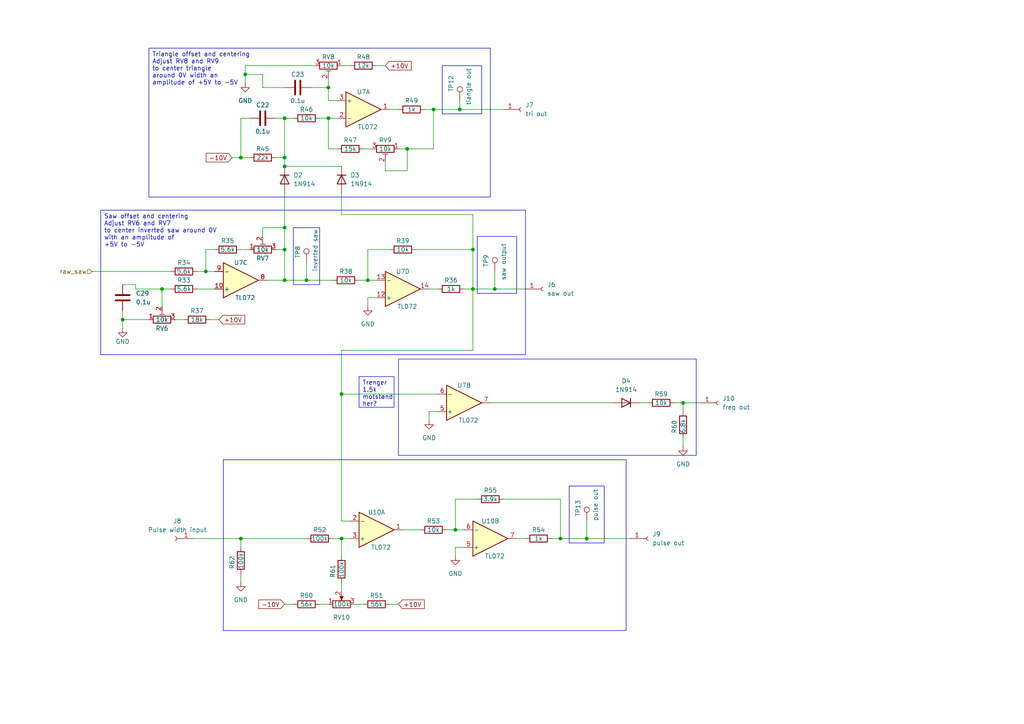
<source format=kicad_sch>
(kicad_sch (version 20230121) (generator eeschema)
  (paper "A4")
  (lib_symbols
    (symbol "Amplifier_Operational:OPA1679" (pin_names (offset 0.127))
      (property "Reference" "U" (at 0 5.08 0))
      (property "Value" "OPA1679" (at 0 -5.08 0))
      (symbol "OPA1679_1_1"
        (polyline (pts (xy -5.08 5.08) (xy 5.08 0) (xy -5.08 -5.08) (xy -5.08 5.08)) (stroke (width 0.254)) (fill (type background)))
        (pin output line (at 7.62 0 180) (length 2.54) (name "~") (number "1"))
        (pin input line (at -7.62 -2.54 0) (length 2.54) (name "-") (number "2"))
        (pin input line (at -7.62 2.54 0) (length 2.54) (name "+") (number "3"))
      )
      (symbol "OPA1679_2_1"
        (polyline (pts (xy -5.08 5.08) (xy 5.08 0) (xy -5.08 -5.08) (xy -5.08 5.08)) (stroke (width 0.254)) (fill (type background)))
        (pin input line (at -7.62 2.54 0) (length 2.54) (name "+") (number "5"))
        (pin input line (at -7.62 -2.54 0) (length 2.54) (name "-") (number "6"))
        (pin output line (at 7.62 0 180) (length 2.54) (name "~") (number "7"))
      )
      (symbol "OPA1679_3_1"
        (polyline (pts (xy -5.08 5.08) (xy 5.08 0) (xy -5.08 -5.08) (xy -5.08 5.08)) (stroke (width 0.254)) (fill (type background)))
        (pin input line (at -7.62 2.54 0) (length 2.54) (name "+") (number "10"))
        (pin output line (at 7.62 0 180) (length 2.54) (name "~") (number "8"))
        (pin input line (at -7.62 -2.54 0) (length 2.54) (name "-") (number "9"))
      )
      (symbol "OPA1679_4_1"
        (polyline (pts (xy -5.08 5.08) (xy 5.08 0) (xy -5.08 -5.08) (xy -5.08 5.08)) (stroke (width 0.254)) (fill (type background)))
        (pin input line (at -7.62 2.54 0) (length 2.54) (name "+") (number "12"))
        (pin input line (at -7.62 -2.54 0) (length 2.54) (name "-") (number "13"))
        (pin output line (at 7.62 0 180) (length 2.54) (name "~") (number "14"))
      )
      (symbol "OPA1679_5_1"
        (pin power_in line (at -2.54 -7.62 90) (length 3.81) (name "V-") (number "11"))
        (pin power_in line (at -2.54 7.62 270) (length 3.81) (name "V+") (number "4"))
      )
    )
    (symbol "Amplifier_Operational:TL074" (pin_names (offset 0.127))
      (property "Reference" "U" (at 0 5.08 0))
      (property "Value" "TL074" (at 0 -5.08 0))
      (symbol "TL074_1_1"
        (polyline (pts (xy -5.08 5.08) (xy 5.08 0) (xy -5.08 -5.08) (xy -5.08 5.08)) (stroke (width 0.254)) (fill (type background)))
        (pin output line (at 7.62 0 180) (length 2.54) (name "~") (number "1"))
        (pin input line (at -7.62 -2.54 0) (length 2.54) (name "-") (number "2"))
        (pin input line (at -7.62 2.54 0) (length 2.54) (name "+") (number "3"))
      )
      (symbol "TL074_2_1"
        (polyline (pts (xy -5.08 5.08) (xy 5.08 0) (xy -5.08 -5.08) (xy -5.08 5.08)) (stroke (width 0.254)) (fill (type background)))
        (pin input line (at -7.62 2.54 0) (length 2.54) (name "+") (number "5"))
        (pin input line (at -7.62 -2.54 0) (length 2.54) (name "-") (number "6"))
        (pin output line (at 7.62 0 180) (length 2.54) (name "~") (number "7"))
      )
      (symbol "TL074_3_1"
        (polyline (pts (xy -5.08 5.08) (xy 5.08 0) (xy -5.08 -5.08) (xy -5.08 5.08)) (stroke (width 0.254)) (fill (type background)))
        (pin input line (at -7.62 2.54 0) (length 2.54) (name "+") (number "10"))
        (pin output line (at 7.62 0 180) (length 2.54) (name "~") (number "8"))
        (pin input line (at -7.62 -2.54 0) (length 2.54) (name "-") (number "9"))
      )
      (symbol "TL074_4_1"
        (polyline (pts (xy -5.08 5.08) (xy 5.08 0) (xy -5.08 -5.08) (xy -5.08 5.08)) (stroke (width 0.254)) (fill (type background)))
        (pin input line (at -7.62 2.54 0) (length 2.54) (name "+") (number "12"))
        (pin input line (at -7.62 -2.54 0) (length 2.54) (name "-") (number "13"))
        (pin output line (at 7.62 0 180) (length 2.54) (name "~") (number "14"))
      )
      (symbol "TL074_5_1"
        (pin power_in line (at -2.54 -7.62 90) (length 3.81) (name "V-") (number "11"))
        (pin power_in line (at -2.54 7.62 270) (length 3.81) (name "V+") (number "4"))
      )
    )
    (symbol "Connector:Conn_01x01_Socket" (pin_names (offset 1.016) hide)
      (property "Reference" "J" (at 0 2.54 0))
      (property "Value" "Conn_01x01_Socket" (at 0 -2.54 0))
      (symbol "Conn_01x01_Socket_1_1"
        (polyline (pts (xy -1.27 0) (xy -0.508 0)) (stroke (width 0.1524)))
        (arc (start 0 0.508) (mid -0.5058 0) (end 0 -0.508) (stroke (width 0.1524)))
        (pin passive line (at -5.08 0 0) (length 3.81) (name "Pin_1") (number "1"))
      )
    )
    (symbol "Connector:TestPoint" (pin_numbers hide) (pin_names (offset 0.762) hide)
      (property "Reference" "TP" (at 0 6.858 0))
      (property "Value" "TestPoint" (at 0 5.08 0))
      (symbol "TestPoint_0_1"
        (circle (center 0 3.302) (radius 0.762))
      )
      (symbol "TestPoint_1_1"
        (pin passive line (at 0 0 90) (length 2.54) (name "1") (number "1"))
      )
    )
    (symbol "Device:C" (pin_numbers hide) (pin_names (offset 0.254))
      (property "Reference" "C" (at 0.635 2.54 0))
      (property "Value" "C" (at 0.635 -2.54 0))
      (symbol "C_0_1"
        (polyline (pts (xy -2.032 -0.762) (xy 2.032 -0.762)) (stroke (width 0.508)))
        (polyline (pts (xy -2.032 0.762) (xy 2.032 0.762)) (stroke (width 0.508)))
      )
      (symbol "C_1_1"
        (pin passive line (at 0 3.81 270) (length 2.794) (name "~") (number "1"))
        (pin passive line (at 0 -3.81 90) (length 2.794) (name "~") (number "2"))
      )
    )
    (symbol "Device:D" (pin_numbers hide) (pin_names (offset 1.016) hide)
      (property "Reference" "D" (at 0 2.54 0))
      (property "Value" "D" (at 0 -2.54 0))
      (symbol "D_0_1"
        (polyline (pts (xy -1.27 1.27) (xy -1.27 -1.27)) (stroke (width 0.254)))
        (polyline (pts (xy 1.27 0) (xy -1.27 0)))
        (polyline (pts (xy 1.27 1.27) (xy 1.27 -1.27) (xy -1.27 0) (xy 1.27 1.27)) (stroke (width 0.254)))
      )
      (symbol "D_1_1"
        (pin passive line (at -3.81 0 0) (length 2.54) (name "K") (number "1"))
        (pin passive line (at 3.81 0 180) (length 2.54) (name "A") (number "2"))
      )
    )
    (symbol "Device:R" (pin_numbers hide) (pin_names (offset 0))
      (property "Reference" "R" (at 2.032 0 90))
      (property "Value" "R" (at 0 0 90))
      (symbol "R_0_1"
        (rectangle (start -1.016 -2.54) (end 1.016 2.54) (stroke (width 0.254)))
      )
      (symbol "R_1_1"
        (pin passive line (at 0 3.81 270) (length 1.27) (name "~") (number "1"))
        (pin passive line (at 0 -3.81 90) (length 1.27) (name "~") (number "2"))
      )
    )
    (symbol "Device:R_Potentiometer" (pin_names (offset 1.016) hide)
      (property "Reference" "RV" (at -4.445 0 90))
      (property "Value" "R_Potentiometer" (at -2.54 0 90))
      (symbol "R_Potentiometer_0_1"
        (polyline (pts (xy 2.54 0) (xy 1.524 0)))
        (polyline (pts (xy 1.143 0) (xy 2.286 0.508) (xy 2.286 -0.508) (xy 1.143 0)) (fill (type outline)))
        (rectangle (start 1.016 2.54) (end -1.016 -2.54) (stroke (width 0.254)))
      )
      (symbol "R_Potentiometer_1_1"
        (pin passive line (at 0 3.81 270) (length 1.27) (name "1") (number "1"))
        (pin passive line (at 3.81 0 180) (length 1.27) (name "2") (number "2"))
        (pin passive line (at 0 -3.81 90) (length 1.27) (name "3") (number "3"))
      )
    )
    (symbol "Device:R_Potentiometer_Trim" (pin_names (offset 1.016) hide)
      (property "Reference" "RV" (at -4.445 0 90))
      (property "Value" "R_Potentiometer_Trim" (at -2.54 0 90))
      (symbol "R_Potentiometer_Trim_0_1"
        (polyline (pts (xy 1.524 0.762) (xy 1.524 -0.762)))
        (polyline (pts (xy 2.54 0) (xy 1.524 0)))
        (rectangle (start 1.016 2.54) (end -1.016 -2.54) (stroke (width 0.254)))
      )
      (symbol "R_Potentiometer_Trim_1_1"
        (pin passive line (at 0 3.81 270) (length 1.27) (name "1") (number "1"))
        (pin passive line (at 3.81 0 180) (length 1.27) (name "2") (number "2"))
        (pin passive line (at 0 -3.81 90) (length 1.27) (name "3") (number "3"))
      )
    )
    (symbol "Diode:1N914" (pin_numbers hide) (pin_names hide)
      (property "Reference" "D" (at 0 2.54 0))
      (property "Value" "1N914" (at 0 -2.54 0))
      (symbol "1N914_0_1"
        (polyline (pts (xy -1.27 1.27) (xy -1.27 -1.27)) (stroke (width 0.254)))
        (polyline (pts (xy 1.27 0) (xy -1.27 0)))
        (polyline (pts (xy 1.27 1.27) (xy 1.27 -1.27) (xy -1.27 0) (xy 1.27 1.27)) (stroke (width 0.254)))
      )
      (symbol "1N914_1_1"
        (pin passive line (at -3.81 0 0) (length 2.54) (name "K") (number "1"))
        (pin passive line (at 3.81 0 180) (length 2.54) (name "A") (number "2"))
      )
    )
    (symbol "power:GND" (power) (pin_names (offset 0))
      (property "Value" "GND" (at 0 -3.81 0))
      (symbol "GND_0_1"
        (polyline (pts (xy 0 0) (xy 0 -1.27) (xy 1.27 -1.27) (xy 0 -2.54) (xy -1.27 -1.27) (xy 0 -1.27)))
      )
      (symbol "GND_1_1"
        (pin power_in line (at 0 0 270) (length 0) hide (name "GND") (number "1"))
      )
    )
  )
  (junction (at 137.16 72.39))
  (junction (at 35.56 92.71))
  (junction (at 132.08 153.67))
  (junction (at 82.55 81.28))
  (junction (at 69.85 45.72))
  (junction (at 106.68 81.28))
  (junction (at 82.55 66.04))
  (junction (at 162.56 156.21))
  (junction (at 95.25 25.4))
  (junction (at 125.73 31.75))
  (junction (at 137.16 83.82))
  (junction (at 88.9 81.28))
  (junction (at 99.06 114.3))
  (junction (at 46.99 83.82))
  (junction (at 133.35 31.75))
  (junction (at 69.85 156.21))
  (junction (at 198.12 116.84))
  (junction (at 82.55 45.72))
  (junction (at 82.55 48.26))
  (junction (at 82.55 34.29))
  (junction (at 59.69 78.74))
  (junction (at 71.12 21.59))
  (junction (at 118.11 43.18))
  (junction (at 143.51 83.82))
  (junction (at 95.25 34.29))
  (junction (at 99.06 156.21))
  (junction (at 170.18 156.21))
  (junction (at 82.55 72.39))
  (wire (pts (xy 91.44 19.05) (xy 71.12 19.05)))
  (wire (pts (xy 82.55 175.26) (xy 85.09 175.26)))
  (wire (pts (xy 92.71 175.26) (xy 95.25 175.26)))
  (wire (pts (xy 99.06 156.21) (xy 99.06 161.29)))
  (wire (pts (xy 198.12 119.38) (xy 198.12 116.84)))
  (wire (pts (xy 35.56 92.71) (xy 35.56 95.25)))
  (wire (pts (xy 106.68 86.36) (xy 106.68 88.9)))
  (wire (pts (xy 46.99 83.82) (xy 39.37 83.82)))
  (wire (pts (xy 95.25 22.86) (xy 95.25 25.4)))
  (wire (pts (xy 39.37 83.82) (xy 39.37 82.55)))
  (wire (pts (xy 106.68 81.28) (xy 106.68 72.39)))
  (wire (pts (xy 137.16 83.82) (xy 137.16 101.6)))
  (wire (pts (xy 46.99 83.82) (xy 46.99 88.9)))
  (wire (pts (xy 125.73 43.18) (xy 125.73 31.75)))
  (wire (pts (xy 95.25 25.4) (xy 95.25 29.21)))
  (wire (pts (xy 76.2 25.4) (xy 82.55 25.4)))
  (wire (pts (xy 137.16 101.6) (xy 99.06 101.6)))
  (wire (pts (xy 92.71 34.29) (xy 95.25 34.29)))
  (wire (pts (xy 99.06 114.3) (xy 99.06 151.13)))
  (wire (pts (xy 60.96 92.71) (xy 63.5 92.71)))
  (wire (pts (xy 133.35 31.75) (xy 146.05 31.75)))
  (wire (pts (xy 80.01 34.29) (xy 82.55 34.29)))
  (wire (pts (xy 124.46 83.82) (xy 127 83.82)))
  (wire (pts (xy 137.16 62.23) (xy 99.06 62.23)))
  (wire (pts (xy 69.85 72.39) (xy 72.39 72.39)))
  (wire (pts (xy 120.65 72.39) (xy 137.16 72.39)))
  (wire (pts (xy 99.06 114.3) (xy 127 114.3)))
  (wire (pts (xy 170.18 156.21) (xy 182.88 156.21)))
  (wire (pts (xy 162.56 156.21) (xy 170.18 156.21)))
  (wire (pts (xy 115.57 31.75) (xy 113.03 31.75)))
  (wire (pts (xy 82.55 81.28) (xy 88.9 81.28)))
  (wire (pts (xy 55.88 156.21) (xy 69.85 156.21)))
  (wire (pts (xy 80.01 72.39) (xy 82.55 72.39)))
  (wire (pts (xy 46.99 83.82) (xy 49.53 83.82)))
  (wire (pts (xy 132.08 144.78) (xy 132.08 153.67)))
  (wire (pts (xy 96.52 156.21) (xy 99.06 156.21)))
  (wire (pts (xy 109.22 86.36) (xy 106.68 86.36)))
  (wire (pts (xy 129.54 153.67) (xy 132.08 153.67)))
  (wire (pts (xy 105.41 43.18) (xy 107.95 43.18)))
  (wire (pts (xy 43.18 92.71) (xy 35.56 92.71)))
  (wire (pts (xy 76.2 21.59) (xy 76.2 25.4)))
  (wire (pts (xy 67.31 45.72) (xy 69.85 45.72)))
  (wire (pts (xy 198.12 116.84) (xy 203.2 116.84)))
  (wire (pts (xy 95.25 34.29) (xy 97.79 34.29)))
  (wire (pts (xy 88.9 76.2) (xy 88.9 81.28)))
  (wire (pts (xy 59.69 72.39) (xy 59.69 78.74)))
  (wire (pts (xy 82.55 48.26) (xy 99.06 48.26)))
  (wire (pts (xy 95.25 43.18) (xy 95.25 34.29)))
  (wire (pts (xy 195.58 116.84) (xy 198.12 116.84)))
  (wire (pts (xy 111.76 46.99) (xy 111.76 49.53)))
  (wire (pts (xy 71.12 19.05) (xy 71.12 21.59)))
  (wire (pts (xy 162.56 144.78) (xy 162.56 156.21)))
  (wire (pts (xy 95.25 29.21) (xy 97.79 29.21)))
  (wire (pts (xy 53.34 92.71) (xy 50.8 92.71)))
  (wire (pts (xy 102.87 175.26) (xy 105.41 175.26)))
  (wire (pts (xy 99.06 19.05) (xy 101.6 19.05)))
  (wire (pts (xy 101.6 156.21) (xy 99.06 156.21)))
  (wire (pts (xy 138.43 144.78) (xy 132.08 144.78)))
  (wire (pts (xy 85.09 34.29) (xy 82.55 34.29)))
  (wire (pts (xy 88.9 81.28) (xy 96.52 81.28)))
  (wire (pts (xy 170.18 151.13) (xy 170.18 156.21)))
  (wire (pts (xy 106.68 72.39) (xy 113.03 72.39)))
  (wire (pts (xy 82.55 72.39) (xy 82.55 81.28)))
  (wire (pts (xy 109.22 19.05) (xy 111.76 19.05)))
  (wire (pts (xy 149.86 156.21) (xy 152.4 156.21)))
  (wire (pts (xy 82.55 81.28) (xy 77.47 81.28)))
  (wire (pts (xy 118.11 43.18) (xy 125.73 43.18)))
  (wire (pts (xy 125.73 31.75) (xy 133.35 31.75)))
  (wire (pts (xy 90.17 25.4) (xy 95.25 25.4)))
  (wire (pts (xy 82.55 45.72) (xy 82.55 48.26)))
  (wire (pts (xy 123.19 31.75) (xy 125.73 31.75)))
  (wire (pts (xy 137.16 83.82) (xy 137.16 72.39)))
  (wire (pts (xy 134.62 83.82) (xy 137.16 83.82)))
  (wire (pts (xy 106.68 81.28) (xy 109.22 81.28)))
  (wire (pts (xy 26.67 78.74) (xy 49.53 78.74)))
  (wire (pts (xy 82.55 34.29) (xy 82.55 45.72)))
  (wire (pts (xy 57.15 83.82) (xy 62.23 83.82)))
  (wire (pts (xy 134.62 158.75) (xy 132.08 158.75)))
  (wire (pts (xy 124.46 119.38) (xy 124.46 121.92)))
  (wire (pts (xy 82.55 66.04) (xy 76.2 66.04)))
  (wire (pts (xy 113.03 175.26) (xy 115.57 175.26)))
  (wire (pts (xy 71.12 21.59) (xy 71.12 24.13)))
  (wire (pts (xy 82.55 72.39) (xy 82.55 66.04)))
  (wire (pts (xy 127 119.38) (xy 124.46 119.38)))
  (wire (pts (xy 137.16 83.82) (xy 143.51 83.82)))
  (wire (pts (xy 111.76 49.53) (xy 118.11 49.53)))
  (wire (pts (xy 137.16 62.23) (xy 137.16 72.39)))
  (wire (pts (xy 185.42 116.84) (xy 187.96 116.84)))
  (wire (pts (xy 142.24 116.84) (xy 177.8 116.84)))
  (wire (pts (xy 115.57 43.18) (xy 118.11 43.18)))
  (wire (pts (xy 39.37 82.55) (xy 35.56 82.55)))
  (wire (pts (xy 104.14 81.28) (xy 106.68 81.28)))
  (wire (pts (xy 133.35 31.75) (xy 133.35 29.21)))
  (wire (pts (xy 132.08 158.75) (xy 132.08 161.29)))
  (wire (pts (xy 116.84 153.67) (xy 121.92 153.67)))
  (wire (pts (xy 99.06 62.23) (xy 99.06 55.88)))
  (wire (pts (xy 132.08 153.67) (xy 134.62 153.67)))
  (wire (pts (xy 69.85 45.72) (xy 72.39 45.72)))
  (wire (pts (xy 69.85 34.29) (xy 69.85 45.72)))
  (wire (pts (xy 80.01 45.72) (xy 82.55 45.72)))
  (wire (pts (xy 146.05 144.78) (xy 162.56 144.78)))
  (wire (pts (xy 35.56 90.17) (xy 35.56 92.71)))
  (wire (pts (xy 118.11 49.53) (xy 118.11 43.18)))
  (wire (pts (xy 62.23 78.74) (xy 59.69 78.74)))
  (wire (pts (xy 143.51 78.74) (xy 143.51 83.82)))
  (wire (pts (xy 198.12 127) (xy 198.12 129.54)))
  (wire (pts (xy 71.12 21.59) (xy 76.2 21.59)))
  (wire (pts (xy 99.06 101.6) (xy 99.06 114.3)))
  (wire (pts (xy 143.51 83.82) (xy 152.4 83.82)))
  (wire (pts (xy 72.39 34.29) (xy 69.85 34.29)))
  (wire (pts (xy 99.06 168.91) (xy 99.06 171.45)))
  (wire (pts (xy 82.55 55.88) (xy 82.55 66.04)))
  (wire (pts (xy 76.2 66.04) (xy 76.2 68.58)))
  (wire (pts (xy 69.85 156.21) (xy 88.9 156.21)))
  (wire (pts (xy 97.79 43.18) (xy 95.25 43.18)))
  (wire (pts (xy 69.85 156.21) (xy 69.85 158.75)))
  (wire (pts (xy 69.85 166.37) (xy 69.85 168.91)))
  (wire (pts (xy 101.6 151.13) (xy 99.06 151.13)))
  (wire (pts (xy 62.23 72.39) (xy 59.69 72.39)))
  (wire (pts (xy 160.02 156.21) (xy 162.56 156.21)))
  (wire (pts (xy 57.15 78.74) (xy 59.69 78.74)))
  (rectangle (start 85.09 66.04) (end 92.71 82.55))
  (rectangle (start 64.77 133.35) (end 181.61 182.88))
  (rectangle (start 128.27 19.05) (end 139.7 33.02))
  (rectangle (start 115.57 104.14) (end 201.93 132.08))
  (rectangle (start 138.43 68.58) (end 149.86 85.09))
  (rectangle (start 165.1 140.97) (end 175.26 157.48))
  (text_box "Trenger 1.5k motstand her?" (at 104.14 109.22 0) (size 10.16 8.89) (effects (font (size 1.27 1.27)) (justify left top)))
  (text_box "Saw offset and centering\nAdjust RV6 and RV7\nto center inverted saw around 0V\nwith an amplitude of\n+5V to -5V" (at 29.21 60.96 0) (size 123.19 41.91) (effects (font (size 1.27 1.27)) (justify left top)))
  (text_box "Triangle offset and centering\nAdjust RV8 and RV9\nto center triangle\naround 0V width an\namplitude of +5V to -5V" (at 43.18 13.97 0) (size 99.06 43.18) (effects (font (size 1.27 1.27)) (justify left top)))
  (global_label "+10V" (shape input) (at 63.5 92.71 0) (property "Intersheetrefs" "${INTERSHEET_REFS}" (effects hide)))
  (global_label "+10V" (shape input) (at 115.57 175.26 0) (property "Intersheetrefs" "${INTERSHEET_REFS}" (effects hide)))
  (global_label "-10V" (shape input) (at 82.55 175.26 180) (property "Intersheetrefs" "${INTERSHEET_REFS}" (effects hide)))
  (global_label "+10V" (shape input) (at 111.76 19.05 0) (property "Intersheetrefs" "${INTERSHEET_REFS}" (effects hide)))
  (global_label "-10V" (shape input) (at 67.31 45.72 180) (property "Intersheetrefs" "${INTERSHEET_REFS}" (effects hide)))
  (hierarchical_label "raw_saw" (shape input) (at 26.67 78.74 180))
  (symbol (lib_id "Device:R") (at 57.15 92.71 90) (unit 1)
    (property "Reference" "R37" (at 57.15 90.17 90))
    (property "Value" "18k" (at 57.15 92.71 90))
    (property "Footprint" "Resistor_SMD:R_0805_2012Metric_Pad1.20x1.40mm_HandSolder" (effects hide))
  )
  (symbol (lib_id "Connector:TestPoint") (at 133.35 29.21 0) (unit 1)
    (property "Reference" "TP12" (at 130.81 26.67 90) (effects (justify left)))
    (property "Value" "tiangle out" (at 135.89 30.48 90) (effects (justify left)))
    (property "Footprint" "Mine:Connector_1x1_1.5mm" (effects hide))
  )
  (symbol (lib_id "Device:R") (at 76.2 45.72 90) (unit 1)
    (property "Reference" "R45" (at 76.2 43.18 90))
    (property "Value" "22k" (at 76.2 45.72 90))
    (property "Footprint" "Resistor_SMD:R_0805_2012Metric_Pad1.20x1.40mm_HandSolder" (effects hide))
  )
  (symbol (lib_id "Device:C") (at 86.36 25.4 90) (unit 1)
    (property "Reference" "C23" (at 86.36 21.59 90))
    (property "Value" "0.1u" (at 86.36 29.21 90))
    (property "Footprint" "Capacitor_SMD:C_0805_2012Metric_Pad1.18x1.45mm_HandSolder" (effects hide))
  )
  (symbol (lib_id "power:GND") (at 132.08 161.29 0) (unit 1)
    (property "Reference" "#PWR025" (effects hide))
    (property "Value" "GND" (at 132.08 166.37 0))
  )
  (symbol (lib_id "Device:R") (at 100.33 81.28 90) (unit 1)
    (property "Reference" "R38" (at 100.33 78.74 90))
    (property "Value" "10k" (at 100.33 81.28 90))
    (property "Footprint" "Resistor_SMD:R_0805_2012Metric_Pad1.20x1.40mm_HandSolder" (effects hide))
  )
  (symbol (lib_id "Connector:TestPoint") (at 143.51 78.74 0) (unit 1)
    (property "Reference" "TP9" (at 140.97 77.47 90) (effects (justify left)))
    (property "Value" "saw output" (at 146.05 81.28 90) (effects (justify left)))
    (property "Footprint" "Mine:Connector_1x1_1.5mm" (effects hide))
  )
  (symbol (lib_id "Device:R") (at 156.21 156.21 90) (unit 1)
    (property "Reference" "R54" (at 156.21 153.67 90))
    (property "Value" "1k" (at 156.21 156.21 90))
    (property "Footprint" "Resistor_SMD:R_0805_2012Metric_Pad1.20x1.40mm_HandSolder" (effects hide))
  )
  (symbol (lib_id "Device:R_Potentiometer") (at 99.06 175.26 90) (unit 1)
    (property "Reference" "RV10" (at 99.06 179.07 90))
    (property "Value" "100k" (at 99.06 175.26 90))
    (property "Footprint" "Mine:Connector_3x1_1.5mm" (effects hide))
  )
  (symbol (lib_id "Device:R_Potentiometer_Trim") (at 76.2 72.39 90) (unit 1)
    (property "Reference" "RV7" (at 76.2 74.93 90))
    (property "Value" "10k" (at 76.2 72.39 90))
    (property "Footprint" "Potentiometer_THT:Potentiometer_Bourns_3296W_Vertical" (effects hide))
  )
  (symbol (lib_id "Device:R") (at 101.6 43.18 90) (unit 1)
    (property "Reference" "R47" (at 101.6 40.64 90))
    (property "Value" "15k" (at 101.6 43.18 90))
    (property "Footprint" "Resistor_SMD:R_0805_2012Metric_Pad1.20x1.40mm_HandSolder" (effects hide))
  )
  (symbol (lib_id "Device:R") (at 109.22 175.26 90) (unit 1)
    (property "Reference" "R51" (at 109.22 172.72 90))
    (property "Value" "56k" (at 109.22 175.26 90))
    (property "Footprint" "Resistor_SMD:R_0805_2012Metric_Pad1.20x1.40mm_HandSolder" (effects hide))
  )
  (symbol (lib_id "power:GND") (at 198.12 129.54 0) (unit 1)
    (property "Reference" "#PWR039" (effects hide))
    (property "Value" "GND" (at 198.12 134.62 0))
  )
  (symbol (lib_id "Connector:TestPoint") (at 88.9 76.2 0) (unit 1)
    (property "Reference" "TP8" (at 86.36 74.93 90) (effects (justify left)))
    (property "Value" "inverted saw" (at 91.44 78.74 90) (effects (justify left)))
    (property "Footprint" "Mine:Connector_1x1_1.5mm" (effects hide))
  )
  (symbol (lib_id "Device:R") (at 142.24 144.78 90) (unit 1)
    (property "Reference" "R55" (at 142.24 142.24 90))
    (property "Value" "3.9k" (at 142.24 144.78 90))
    (property "Footprint" "Resistor_SMD:R_0805_2012Metric_Pad1.20x1.40mm_HandSolder" (effects hide))
  )
  (symbol (lib_id "Device:R") (at 92.71 156.21 90) (unit 1)
    (property "Reference" "R52" (at 92.71 153.67 90))
    (property "Value" "100k" (at 92.71 156.21 90))
    (property "Footprint" "Resistor_SMD:R_0805_2012Metric_Pad1.20x1.40mm_HandSolder" (effects hide))
  )
  (symbol (lib_id "power:GND") (at 124.46 121.92 0) (unit 1)
    (property "Reference" "#PWR036" (effects hide))
    (property "Value" "GND" (at 124.46 127 0))
  )
  (symbol (lib_id "Amplifier_Operational:TL074") (at 116.84 83.82 0) (mirror x) (unit 4)
    (property "Reference" "U7" (at 116.84 78.74 0))
    (property "Value" "TL072" (at 118.11 88.9 0))
    (property "Footprint" "Package_SO:SOIC-14_3.9x8.7mm_P1.27mm" (effects hide))
    (property "Datasheet" "http://www.ti.com/lit/ds/symlink/tl071.pdf" (effects hide))
  )
  (symbol (lib_id "Device:R") (at 88.9 175.26 270) (unit 1)
    (property "Reference" "R50" (at 88.9 172.72 90))
    (property "Value" "56k" (at 88.9 175.26 90))
    (property "Footprint" "Resistor_SMD:R_0805_2012Metric_Pad1.20x1.40mm_HandSolder" (effects hide))
  )
  (symbol (lib_id "Amplifier_Operational:TL074") (at 105.41 31.75 0) (unit 1)
    (property "Reference" "U7" (at 105.41 26.67 0))
    (property "Value" "TL072" (at 106.68 36.83 0))
    (property "Footprint" "Package_SO:SOIC-14_3.9x8.7mm_P1.27mm" (effects hide))
    (property "Datasheet" "http://www.ti.com/lit/ds/symlink/tl071.pdf" (effects hide))
  )
  (symbol (lib_id "power:GND") (at 106.68 88.9 0) (unit 1)
    (property "Reference" "#PWR038" (effects hide))
    (property "Value" "GND" (at 106.68 93.98 0))
  )
  (symbol (lib_id "Amplifier_Operational:OPA1679") (at 109.22 153.67 0) (mirror x) (unit 1)
    (property "Reference" "U10" (at 109.22 148.59 0))
    (property "Value" "TL072" (at 110.49 158.75 0))
    (property "Footprint" "Package_SO:SOIC-14_3.9x8.7mm_P1.27mm" (effects hide))
    (property "Datasheet" "http://www.ti.com/lit/ds/symlink/opa1678.pdf" (effects hide))
    (instances (project "vco_4" (path "" (reference "U10") (unit 1)) (path "" (reference "U2") (unit 1))))
  )
  (symbol (lib_id "Device:R") (at 191.77 116.84 90) (unit 1)
    (property "Reference" "R59" (at 191.77 114.3 90))
    (property "Value" "10k" (at 191.77 116.84 90))
    (property "Footprint" "Resistor_SMD:R_0805_2012Metric_Pad1.20x1.40mm_HandSolder" (effects hide))
  )
  (symbol (lib_id "Connector:Conn_01x01_Socket") (at 50.8 156.21 180) (unit 1)
    (property "Reference" "J8" (at 51.435 151.13 0))
    (property "Value" "Pulse width input" (at 51.435 153.67 0))
    (property "Footprint" "Mine:Connector_1x1_1.5mm" (effects hide))
  )
  (symbol (lib_id "Device:R") (at 105.41 19.05 90) (unit 1)
    (property "Reference" "R48" (at 105.41 16.51 90))
    (property "Value" "12k" (at 105.41 19.05 90))
    (property "Footprint" "Resistor_SMD:R_0805_2012Metric_Pad1.20x1.40mm_HandSolder" (effects hide))
  )
  (symbol (lib_id "Amplifier_Operational:OPA1679") (at 142.24 156.21 0) (mirror x) (unit 2)
    (property "Reference" "U10" (at 142.24 151.13 0))
    (property "Value" "TL072" (at 143.51 161.29 0))
    (property "Footprint" "Package_SO:SOIC-14_3.9x8.7mm_P1.27mm" (effects hide))
    (property "Datasheet" "http://www.ti.com/lit/ds/symlink/opa1678.pdf" (effects hide))
    (instances (project "vco_4" (path "" (reference "U10") (unit 2)) (path "" (reference "U2") (unit 2))))
  )
  (symbol (lib_id "Device:R") (at 116.84 72.39 90) (unit 1)
    (property "Reference" "R39" (at 116.84 69.85 90))
    (property "Value" "10k" (at 116.84 72.39 90))
    (property "Footprint" "Resistor_SMD:R_0805_2012Metric_Pad1.20x1.40mm_HandSolder" (effects hide))
  )
  (symbol (lib_id "Diode:1N914") (at 181.61 116.84 180) (unit 1)
    (property "Reference" "D4" (at 181.61 110.49 0))
    (property "Value" "1N914" (at 181.61 113.03 0))
    (property "Footprint" "Diode_SMD:D_SOD-123F" (effects hide))
    (property "Datasheet" "http://www.vishay.com/docs/85622/1n914.pdf" (effects hide))
    (property "Sim.Device" "D" (effects hide))
    (property "Sim.Pins" "1=K 2=A" (effects hide))
  )
  (symbol (lib_id "Device:R") (at 66.04 72.39 90) (unit 1)
    (property "Reference" "R35" (at 66.04 69.85 90))
    (property "Value" "5.6k" (at 66.04 72.39 90))
    (property "Footprint" "Resistor_SMD:R_0805_2012Metric_Pad1.20x1.40mm_HandSolder" (effects hide))
  )
  (symbol (lib_id "Device:R") (at 198.12 123.19 0) (unit 1)
    (property "Reference" "R60" (at 195.58 125.73 90) (effects (justify left)))
    (property "Value" "6.8k" (at 198.12 125.73 90) (effects (justify left)))
    (property "Footprint" "Resistor_SMD:R_0805_2012Metric_Pad1.20x1.40mm_HandSolder" (effects hide))
  )
  (symbol (lib_id "Device:R_Potentiometer_Trim") (at 46.99 92.71 90) (unit 1)
    (property "Reference" "RV6" (at 46.99 95.25 90))
    (property "Value" "10k" (at 46.99 92.71 90))
    (property "Footprint" "Potentiometer_THT:Potentiometer_Bourns_3296W_Vertical" (effects hide))
  )
  (symbol (lib_id "Device:R_Potentiometer_Trim") (at 111.76 43.18 270) (unit 1)
    (property "Reference" "RV9" (at 111.76 40.64 90))
    (property "Value" "10k" (at 111.76 43.18 90))
    (property "Footprint" "Potentiometer_THT:Potentiometer_Bourns_3296W_Vertical" (effects hide))
  )
  (symbol (lib_id "Device:C") (at 76.2 34.29 90) (unit 1)
    (property "Reference" "C22" (at 76.2 30.48 90))
    (property "Value" "0.1u" (at 76.2 38.1 90))
    (property "Footprint" "Capacitor_SMD:C_0805_2012Metric_Pad1.18x1.45mm_HandSolder" (effects hide))
  )
  (symbol (lib_id "Device:R") (at 119.38 31.75 90) (unit 1)
    (property "Reference" "R49" (at 119.38 29.21 90))
    (property "Value" "1k" (at 119.38 31.75 90))
    (property "Footprint" "Resistor_SMD:R_0805_2012Metric_Pad1.20x1.40mm_HandSolder" (effects hide))
  )
  (symbol (lib_id "Connector:Conn_01x01_Socket") (at 187.96 156.21 0) (unit 1)
    (property "Reference" "J9" (at 189.23 154.94 0) (effects (justify left)))
    (property "Value" "pulse out" (at 189.23 157.48 0) (effects (justify left)))
    (property "Footprint" "Mine:Connector_1x1_1.5mm" (effects hide))
  )
  (symbol (lib_id "Device:C") (at 35.56 86.36 0) (unit 1)
    (property "Reference" "C29" (at 39.37 85.09 0) (effects (justify left)))
    (property "Value" "0.1u" (at 39.37 87.63 0) (effects (justify left)))
    (property "Footprint" "Capacitor_SMD:C_0805_2012Metric_Pad1.18x1.45mm_HandSolder" (effects hide))
  )
  (symbol (lib_id "Connector:Conn_01x01_Socket") (at 157.48 83.82 0) (unit 1)
    (property "Reference" "J6" (at 158.75 82.55 0) (effects (justify left)))
    (property "Value" "saw out" (at 158.75 85.09 0) (effects (justify left)))
    (property "Footprint" "Mine:Connector_1x1_1.5mm" (effects hide))
  )
  (symbol (lib_id "Device:R") (at 125.73 153.67 90) (unit 1)
    (property "Reference" "R53" (at 125.73 151.13 90))
    (property "Value" "10k" (at 125.73 153.67 90))
    (property "Footprint" "Resistor_SMD:R_0805_2012Metric_Pad1.20x1.40mm_HandSolder" (effects hide))
  )
  (symbol (lib_id "Device:D") (at 99.06 52.07 270) (unit 1)
    (property "Reference" "D3" (at 101.6 50.8 90) (effects (justify left)))
    (property "Value" "1N914" (at 101.6 53.34 90) (effects (justify left)))
    (property "Footprint" "Diode_SMD:D_SOD-123F" (effects hide))
    (property "Sim.Device" "D" (effects hide))
    (property "Sim.Pins" "1=K 2=A" (effects hide))
  )
  (symbol (lib_id "Amplifier_Operational:TL074") (at 134.62 116.84 0) (mirror x) (unit 2)
    (property "Reference" "U7" (at 134.62 111.76 0))
    (property "Value" "TL072" (at 135.89 121.92 0))
    (property "Footprint" "Package_SO:SOIC-14_3.9x8.7mm_P1.27mm" (effects hide))
    (property "Datasheet" "http://www.ti.com/lit/ds/symlink/tl071.pdf" (effects hide))
  )
  (symbol (lib_id "Device:R") (at 99.06 165.1 0) (unit 1)
    (property "Reference" "R61" (at 96.52 167.64 90) (effects (justify left)))
    (property "Value" "100k" (at 99.06 167.64 90) (effects (justify left)))
    (property "Footprint" "Resistor_SMD:R_0805_2012Metric_Pad1.20x1.40mm_HandSolder" (effects hide))
  )
  (symbol (lib_id "Device:R") (at 53.34 78.74 90) (unit 1)
    (property "Reference" "R34" (at 53.34 76.2 90))
    (property "Value" "5.6k" (at 53.34 78.74 90))
    (property "Footprint" "Resistor_SMD:R_0805_2012Metric_Pad1.20x1.40mm_HandSolder" (effects hide))
  )
  (symbol (lib_id "power:GND") (at 71.12 24.13 0) (unit 1)
    (property "Reference" "#PWR034" (effects hide))
    (property "Value" "GND" (at 71.12 29.21 0))
  )
  (symbol (lib_id "Device:R") (at 53.34 83.82 90) (unit 1)
    (property "Reference" "R33" (at 53.34 81.28 90))
    (property "Value" "5.6k" (at 53.34 83.82 90))
    (property "Footprint" "Resistor_SMD:R_0805_2012Metric_Pad1.20x1.40mm_HandSolder" (effects hide))
  )
  (symbol (lib_id "Device:R") (at 69.85 162.56 0) (unit 1)
    (property "Reference" "R62" (at 67.31 165.1 90) (effects (justify left)))
    (property "Value" "100k" (at 69.85 165.1 90) (effects (justify left)))
    (property "Footprint" "Resistor_SMD:R_0805_2012Metric_Pad1.20x1.40mm_HandSolder" (effects hide))
  )
  (symbol (lib_id "Connector:TestPoint") (at 170.18 151.13 0) (unit 1)
    (property "Reference" "TP13" (at 167.64 149.86 90) (effects (justify left)))
    (property "Value" "pulse out" (at 172.72 151.13 90) (effects (justify left)))
    (property "Footprint" "Mine:Connector_1x1_1.5mm" (effects hide))
  )
  (symbol (lib_id "Amplifier_Operational:TL074") (at 69.85 81.28 0) (mirror x) (unit 3)
    (property "Reference" "U7" (at 69.85 76.2 0))
    (property "Value" "TL072" (at 71.12 86.36 0))
    (property "Footprint" "Package_SO:SOIC-14_3.9x8.7mm_P1.27mm" (effects hide))
    (property "Datasheet" "http://www.ti.com/lit/ds/symlink/tl071.pdf" (effects hide))
  )
  (symbol (lib_id "Device:R") (at 130.81 83.82 90) (unit 1)
    (property "Reference" "R36" (at 130.81 81.28 90))
    (property "Value" "1k" (at 130.81 83.82 90))
    (property "Footprint" "Resistor_SMD:R_0805_2012Metric_Pad1.20x1.40mm_HandSolder" (effects hide))
  )
  (symbol (lib_id "Device:R") (at 88.9 34.29 90) (unit 1)
    (property "Reference" "R46" (at 88.9 31.75 90))
    (property "Value" "10k" (at 88.9 34.29 90))
    (property "Footprint" "Resistor_SMD:R_0805_2012Metric_Pad1.20x1.40mm_HandSolder" (effects hide))
  )
  (symbol (lib_id "Connector:Conn_01x01_Socket") (at 208.28 116.84 0) (unit 1)
    (property "Reference" "J10" (at 209.55 115.57 0) (effects (justify left)))
    (property "Value" "freq out" (at 209.55 118.11 0) (effects (justify left)))
    (property "Footprint" "Mine:Connector_1x1_1.5mm" (effects hide))
  )
  (symbol (lib_id "Connector:Conn_01x01_Socket") (at 151.13 31.75 0) (unit 1)
    (property "Reference" "J7" (at 152.4 30.48 0) (effects (justify left)))
    (property "Value" "tri out" (at 152.4 33.02 0) (effects (justify left)))
    (property "Footprint" "Mine:Connector_1x1_1.5mm" (effects hide))
  )
  (symbol (lib_id "Device:R_Potentiometer_Trim") (at 95.25 19.05 270) (unit 1)
    (property "Reference" "RV8" (at 95.25 16.51 90))
    (property "Value" "10k" (at 95.25 19.05 90))
    (property "Footprint" "Potentiometer_THT:Potentiometer_Bourns_3296W_Vertical" (effects hide))
  )
  (symbol (lib_id "Device:D") (at 82.55 52.07 270) (unit 1)
    (property "Reference" "D2" (at 85.09 50.8 90) (effects (justify left)))
    (property "Value" "1N914" (at 85.09 53.34 90) (effects (justify left)))
    (property "Footprint" "Diode_SMD:D_SOD-123F" (effects hide))
    (property "Sim.Device" "D" (effects hide))
    (property "Sim.Pins" "1=K 2=A" (effects hide))
  )
  (symbol (lib_id "power:GND") (at 35.56 95.25 0) (unit 1)
    (property "Reference" "#PWR019" (effects hide))
    (property "Value" "GND" (at 35.56 99.06 0))
  )
  (symbol (lib_id "power:GND") (at 69.85 168.91 0) (unit 1)
    (property "Reference" "#PWR040" (effects hide))
    (property "Value" "GND" (at 69.85 173.99 0))
  )
)
</source>
